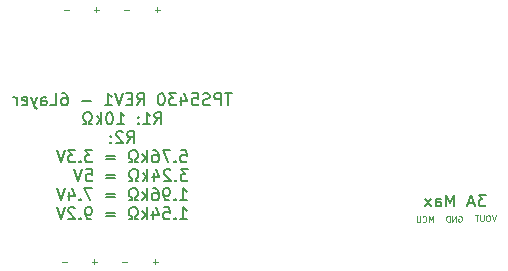
<source format=gbo>
%TF.GenerationSoftware,KiCad,Pcbnew,(6.0.8)*%
%TF.CreationDate,2022-12-06T12:54:16+01:00*%
%TF.ProjectId,Single-DCDC-Converter-Rev2,53696e67-6c65-42d4-9443-44432d436f6e,rev?*%
%TF.SameCoordinates,Original*%
%TF.FileFunction,Legend,Bot*%
%TF.FilePolarity,Positive*%
%FSLAX46Y46*%
G04 Gerber Fmt 4.6, Leading zero omitted, Abs format (unit mm)*
G04 Created by KiCad (PCBNEW (6.0.8)) date 2022-12-06 12:54:16*
%MOMM*%
%LPD*%
G01*
G04 APERTURE LIST*
%ADD10C,0.125000*%
%ADD11C,0.150000*%
%ADD12C,0.200000*%
%ADD13R,1.700000X1.700000*%
%ADD14O,1.700000X1.700000*%
%ADD15R,1.600000X1.600000*%
%ADD16C,1.600000*%
%ADD17C,5.000000*%
G04 APERTURE END LIST*
D10*
X91376476Y-62519714D02*
X90995523Y-62519714D01*
D11*
X126871428Y-56852380D02*
X126252380Y-56852380D01*
X126585714Y-57233333D01*
X126442857Y-57233333D01*
X126347619Y-57280952D01*
X126300000Y-57328571D01*
X126252380Y-57423809D01*
X126252380Y-57661904D01*
X126300000Y-57757142D01*
X126347619Y-57804761D01*
X126442857Y-57852380D01*
X126728571Y-57852380D01*
X126823809Y-57804761D01*
X126871428Y-57757142D01*
X125871428Y-57566666D02*
X125395238Y-57566666D01*
X125966666Y-57852380D02*
X125633333Y-56852380D01*
X125300000Y-57852380D01*
X124204761Y-57852380D02*
X124204761Y-56852380D01*
X123871428Y-57566666D01*
X123538095Y-56852380D01*
X123538095Y-57852380D01*
X122633333Y-57852380D02*
X122633333Y-57328571D01*
X122680952Y-57233333D01*
X122776190Y-57185714D01*
X122966666Y-57185714D01*
X123061904Y-57233333D01*
X122633333Y-57804761D02*
X122728571Y-57852380D01*
X122966666Y-57852380D01*
X123061904Y-57804761D01*
X123109523Y-57709523D01*
X123109523Y-57614285D01*
X123061904Y-57519047D01*
X122966666Y-57471428D01*
X122728571Y-57471428D01*
X122633333Y-57423809D01*
X122252380Y-57852380D02*
X121728571Y-57185714D01*
X122252380Y-57185714D02*
X121728571Y-57852380D01*
D10*
X96456476Y-62519714D02*
X96075523Y-62519714D01*
X94076476Y-41183714D02*
X93695523Y-41183714D01*
X93886000Y-41374190D02*
X93886000Y-40993238D01*
X99090476Y-62519714D02*
X98709523Y-62519714D01*
X98900000Y-62710190D02*
X98900000Y-62329238D01*
X127705952Y-58601190D02*
X127539285Y-59101190D01*
X127372619Y-58601190D01*
X127110714Y-58601190D02*
X127015476Y-58601190D01*
X126967857Y-58625000D01*
X126920238Y-58672619D01*
X126896428Y-58767857D01*
X126896428Y-58934523D01*
X126920238Y-59029761D01*
X126967857Y-59077380D01*
X127015476Y-59101190D01*
X127110714Y-59101190D01*
X127158333Y-59077380D01*
X127205952Y-59029761D01*
X127229761Y-58934523D01*
X127229761Y-58767857D01*
X127205952Y-58672619D01*
X127158333Y-58625000D01*
X127110714Y-58601190D01*
X126682142Y-58601190D02*
X126682142Y-59005952D01*
X126658333Y-59053571D01*
X126634523Y-59077380D01*
X126586904Y-59101190D01*
X126491666Y-59101190D01*
X126444047Y-59077380D01*
X126420238Y-59053571D01*
X126396428Y-59005952D01*
X126396428Y-58601190D01*
X126229761Y-58601190D02*
X125944047Y-58601190D01*
X126086904Y-59101190D02*
X126086904Y-58601190D01*
D12*
X105338095Y-48272380D02*
X104766666Y-48272380D01*
X105052380Y-49272380D02*
X105052380Y-48272380D01*
X104433333Y-49272380D02*
X104433333Y-48272380D01*
X104052380Y-48272380D01*
X103957142Y-48320000D01*
X103909523Y-48367619D01*
X103861904Y-48462857D01*
X103861904Y-48605714D01*
X103909523Y-48700952D01*
X103957142Y-48748571D01*
X104052380Y-48796190D01*
X104433333Y-48796190D01*
X103480952Y-49224761D02*
X103338095Y-49272380D01*
X103100000Y-49272380D01*
X103004761Y-49224761D01*
X102957142Y-49177142D01*
X102909523Y-49081904D01*
X102909523Y-48986666D01*
X102957142Y-48891428D01*
X103004761Y-48843809D01*
X103100000Y-48796190D01*
X103290476Y-48748571D01*
X103385714Y-48700952D01*
X103433333Y-48653333D01*
X103480952Y-48558095D01*
X103480952Y-48462857D01*
X103433333Y-48367619D01*
X103385714Y-48320000D01*
X103290476Y-48272380D01*
X103052380Y-48272380D01*
X102909523Y-48320000D01*
X102004761Y-48272380D02*
X102480952Y-48272380D01*
X102528571Y-48748571D01*
X102480952Y-48700952D01*
X102385714Y-48653333D01*
X102147619Y-48653333D01*
X102052380Y-48700952D01*
X102004761Y-48748571D01*
X101957142Y-48843809D01*
X101957142Y-49081904D01*
X102004761Y-49177142D01*
X102052380Y-49224761D01*
X102147619Y-49272380D01*
X102385714Y-49272380D01*
X102480952Y-49224761D01*
X102528571Y-49177142D01*
X101100000Y-48605714D02*
X101100000Y-49272380D01*
X101338095Y-48224761D02*
X101576190Y-48939047D01*
X100957142Y-48939047D01*
X100671428Y-48272380D02*
X100052380Y-48272380D01*
X100385714Y-48653333D01*
X100242857Y-48653333D01*
X100147619Y-48700952D01*
X100100000Y-48748571D01*
X100052380Y-48843809D01*
X100052380Y-49081904D01*
X100100000Y-49177142D01*
X100147619Y-49224761D01*
X100242857Y-49272380D01*
X100528571Y-49272380D01*
X100623809Y-49224761D01*
X100671428Y-49177142D01*
X99433333Y-48272380D02*
X99338095Y-48272380D01*
X99242857Y-48320000D01*
X99195238Y-48367619D01*
X99147619Y-48462857D01*
X99100000Y-48653333D01*
X99100000Y-48891428D01*
X99147619Y-49081904D01*
X99195238Y-49177142D01*
X99242857Y-49224761D01*
X99338095Y-49272380D01*
X99433333Y-49272380D01*
X99528571Y-49224761D01*
X99576190Y-49177142D01*
X99623809Y-49081904D01*
X99671428Y-48891428D01*
X99671428Y-48653333D01*
X99623809Y-48462857D01*
X99576190Y-48367619D01*
X99528571Y-48320000D01*
X99433333Y-48272380D01*
X97338095Y-49272380D02*
X97671428Y-48796190D01*
X97909523Y-49272380D02*
X97909523Y-48272380D01*
X97528571Y-48272380D01*
X97433333Y-48320000D01*
X97385714Y-48367619D01*
X97338095Y-48462857D01*
X97338095Y-48605714D01*
X97385714Y-48700952D01*
X97433333Y-48748571D01*
X97528571Y-48796190D01*
X97909523Y-48796190D01*
X96909523Y-48748571D02*
X96576190Y-48748571D01*
X96433333Y-49272380D02*
X96909523Y-49272380D01*
X96909523Y-48272380D01*
X96433333Y-48272380D01*
X96147619Y-48272380D02*
X95814285Y-49272380D01*
X95480952Y-48272380D01*
X94623809Y-49272380D02*
X95195238Y-49272380D01*
X94909523Y-49272380D02*
X94909523Y-48272380D01*
X95004761Y-48415238D01*
X95100000Y-48510476D01*
X95195238Y-48558095D01*
X93433333Y-48891428D02*
X92671428Y-48891428D01*
X91004761Y-48272380D02*
X91195238Y-48272380D01*
X91290476Y-48320000D01*
X91338095Y-48367619D01*
X91433333Y-48510476D01*
X91480952Y-48700952D01*
X91480952Y-49081904D01*
X91433333Y-49177142D01*
X91385714Y-49224761D01*
X91290476Y-49272380D01*
X91100000Y-49272380D01*
X91004761Y-49224761D01*
X90957142Y-49177142D01*
X90909523Y-49081904D01*
X90909523Y-48843809D01*
X90957142Y-48748571D01*
X91004761Y-48700952D01*
X91100000Y-48653333D01*
X91290476Y-48653333D01*
X91385714Y-48700952D01*
X91433333Y-48748571D01*
X91480952Y-48843809D01*
X90004761Y-49272380D02*
X90480952Y-49272380D01*
X90480952Y-48272380D01*
X89242857Y-49272380D02*
X89242857Y-48748571D01*
X89290476Y-48653333D01*
X89385714Y-48605714D01*
X89576190Y-48605714D01*
X89671428Y-48653333D01*
X89242857Y-49224761D02*
X89338095Y-49272380D01*
X89576190Y-49272380D01*
X89671428Y-49224761D01*
X89719047Y-49129523D01*
X89719047Y-49034285D01*
X89671428Y-48939047D01*
X89576190Y-48891428D01*
X89338095Y-48891428D01*
X89242857Y-48843809D01*
X88861904Y-48605714D02*
X88623809Y-49272380D01*
X88385714Y-48605714D02*
X88623809Y-49272380D01*
X88719047Y-49510476D01*
X88766666Y-49558095D01*
X88861904Y-49605714D01*
X87623809Y-49224761D02*
X87719047Y-49272380D01*
X87909523Y-49272380D01*
X88004761Y-49224761D01*
X88052380Y-49129523D01*
X88052380Y-48748571D01*
X88004761Y-48653333D01*
X87909523Y-48605714D01*
X87719047Y-48605714D01*
X87623809Y-48653333D01*
X87576190Y-48748571D01*
X87576190Y-48843809D01*
X88052380Y-48939047D01*
X87147619Y-49272380D02*
X87147619Y-48605714D01*
X87147619Y-48796190D02*
X87100000Y-48700952D01*
X87052380Y-48653333D01*
X86957142Y-48605714D01*
X86861904Y-48605714D01*
X98814285Y-50882380D02*
X99147619Y-50406190D01*
X99385714Y-50882380D02*
X99385714Y-49882380D01*
X99004761Y-49882380D01*
X98909523Y-49930000D01*
X98861904Y-49977619D01*
X98814285Y-50072857D01*
X98814285Y-50215714D01*
X98861904Y-50310952D01*
X98909523Y-50358571D01*
X99004761Y-50406190D01*
X99385714Y-50406190D01*
X97861904Y-50882380D02*
X98433333Y-50882380D01*
X98147619Y-50882380D02*
X98147619Y-49882380D01*
X98242857Y-50025238D01*
X98338095Y-50120476D01*
X98433333Y-50168095D01*
X97433333Y-50787142D02*
X97385714Y-50834761D01*
X97433333Y-50882380D01*
X97480952Y-50834761D01*
X97433333Y-50787142D01*
X97433333Y-50882380D01*
X97433333Y-50263333D02*
X97385714Y-50310952D01*
X97433333Y-50358571D01*
X97480952Y-50310952D01*
X97433333Y-50263333D01*
X97433333Y-50358571D01*
X95671428Y-50882380D02*
X96242857Y-50882380D01*
X95957142Y-50882380D02*
X95957142Y-49882380D01*
X96052380Y-50025238D01*
X96147619Y-50120476D01*
X96242857Y-50168095D01*
X95052380Y-49882380D02*
X94957142Y-49882380D01*
X94861904Y-49930000D01*
X94814285Y-49977619D01*
X94766666Y-50072857D01*
X94719047Y-50263333D01*
X94719047Y-50501428D01*
X94766666Y-50691904D01*
X94814285Y-50787142D01*
X94861904Y-50834761D01*
X94957142Y-50882380D01*
X95052380Y-50882380D01*
X95147619Y-50834761D01*
X95195238Y-50787142D01*
X95242857Y-50691904D01*
X95290476Y-50501428D01*
X95290476Y-50263333D01*
X95242857Y-50072857D01*
X95195238Y-49977619D01*
X95147619Y-49930000D01*
X95052380Y-49882380D01*
X94290476Y-50882380D02*
X94290476Y-49882380D01*
X94195238Y-50501428D02*
X93909523Y-50882380D01*
X93909523Y-50215714D02*
X94290476Y-50596666D01*
X93528571Y-50882380D02*
X93290476Y-50882380D01*
X93290476Y-50691904D01*
X93385714Y-50644285D01*
X93480952Y-50549047D01*
X93528571Y-50406190D01*
X93528571Y-50168095D01*
X93480952Y-50025238D01*
X93385714Y-49930000D01*
X93242857Y-49882380D01*
X93052380Y-49882380D01*
X92909523Y-49930000D01*
X92814285Y-50025238D01*
X92766666Y-50168095D01*
X92766666Y-50406190D01*
X92814285Y-50549047D01*
X92909523Y-50644285D01*
X93004761Y-50691904D01*
X93004761Y-50882380D01*
X92766666Y-50882380D01*
X96504761Y-52492380D02*
X96838095Y-52016190D01*
X97076190Y-52492380D02*
X97076190Y-51492380D01*
X96695238Y-51492380D01*
X96600000Y-51540000D01*
X96552380Y-51587619D01*
X96504761Y-51682857D01*
X96504761Y-51825714D01*
X96552380Y-51920952D01*
X96600000Y-51968571D01*
X96695238Y-52016190D01*
X97076190Y-52016190D01*
X96123809Y-51587619D02*
X96076190Y-51540000D01*
X95980952Y-51492380D01*
X95742857Y-51492380D01*
X95647619Y-51540000D01*
X95600000Y-51587619D01*
X95552380Y-51682857D01*
X95552380Y-51778095D01*
X95600000Y-51920952D01*
X96171428Y-52492380D01*
X95552380Y-52492380D01*
X95123809Y-52397142D02*
X95076190Y-52444761D01*
X95123809Y-52492380D01*
X95171428Y-52444761D01*
X95123809Y-52397142D01*
X95123809Y-52492380D01*
X95123809Y-51873333D02*
X95076190Y-51920952D01*
X95123809Y-51968571D01*
X95171428Y-51920952D01*
X95123809Y-51873333D01*
X95123809Y-51968571D01*
X101028571Y-53102380D02*
X101504761Y-53102380D01*
X101552380Y-53578571D01*
X101504761Y-53530952D01*
X101409523Y-53483333D01*
X101171428Y-53483333D01*
X101076190Y-53530952D01*
X101028571Y-53578571D01*
X100980952Y-53673809D01*
X100980952Y-53911904D01*
X101028571Y-54007142D01*
X101076190Y-54054761D01*
X101171428Y-54102380D01*
X101409523Y-54102380D01*
X101504761Y-54054761D01*
X101552380Y-54007142D01*
X100552380Y-54007142D02*
X100504761Y-54054761D01*
X100552380Y-54102380D01*
X100600000Y-54054761D01*
X100552380Y-54007142D01*
X100552380Y-54102380D01*
X100171428Y-53102380D02*
X99504761Y-53102380D01*
X99933333Y-54102380D01*
X98695238Y-53102380D02*
X98885714Y-53102380D01*
X98980952Y-53150000D01*
X99028571Y-53197619D01*
X99123809Y-53340476D01*
X99171428Y-53530952D01*
X99171428Y-53911904D01*
X99123809Y-54007142D01*
X99076190Y-54054761D01*
X98980952Y-54102380D01*
X98790476Y-54102380D01*
X98695238Y-54054761D01*
X98647619Y-54007142D01*
X98600000Y-53911904D01*
X98600000Y-53673809D01*
X98647619Y-53578571D01*
X98695238Y-53530952D01*
X98790476Y-53483333D01*
X98980952Y-53483333D01*
X99076190Y-53530952D01*
X99123809Y-53578571D01*
X99171428Y-53673809D01*
X98171428Y-54102380D02*
X98171428Y-53102380D01*
X98076190Y-53721428D02*
X97790476Y-54102380D01*
X97790476Y-53435714D02*
X98171428Y-53816666D01*
X97409523Y-54102380D02*
X97171428Y-54102380D01*
X97171428Y-53911904D01*
X97266666Y-53864285D01*
X97361904Y-53769047D01*
X97409523Y-53626190D01*
X97409523Y-53388095D01*
X97361904Y-53245238D01*
X97266666Y-53150000D01*
X97123809Y-53102380D01*
X96933333Y-53102380D01*
X96790476Y-53150000D01*
X96695238Y-53245238D01*
X96647619Y-53388095D01*
X96647619Y-53626190D01*
X96695238Y-53769047D01*
X96790476Y-53864285D01*
X96885714Y-53911904D01*
X96885714Y-54102380D01*
X96647619Y-54102380D01*
X95457142Y-53578571D02*
X94695238Y-53578571D01*
X94695238Y-53864285D02*
X95457142Y-53864285D01*
X93552380Y-53102380D02*
X92933333Y-53102380D01*
X93266666Y-53483333D01*
X93123809Y-53483333D01*
X93028571Y-53530952D01*
X92980952Y-53578571D01*
X92933333Y-53673809D01*
X92933333Y-53911904D01*
X92980952Y-54007142D01*
X93028571Y-54054761D01*
X93123809Y-54102380D01*
X93409523Y-54102380D01*
X93504761Y-54054761D01*
X93552380Y-54007142D01*
X92504761Y-54007142D02*
X92457142Y-54054761D01*
X92504761Y-54102380D01*
X92552380Y-54054761D01*
X92504761Y-54007142D01*
X92504761Y-54102380D01*
X92123809Y-53102380D02*
X91504761Y-53102380D01*
X91838095Y-53483333D01*
X91695238Y-53483333D01*
X91600000Y-53530952D01*
X91552380Y-53578571D01*
X91504761Y-53673809D01*
X91504761Y-53911904D01*
X91552380Y-54007142D01*
X91600000Y-54054761D01*
X91695238Y-54102380D01*
X91980952Y-54102380D01*
X92076190Y-54054761D01*
X92123809Y-54007142D01*
X91219047Y-53102380D02*
X90885714Y-54102380D01*
X90552380Y-53102380D01*
X101647619Y-54712380D02*
X101028571Y-54712380D01*
X101361904Y-55093333D01*
X101219047Y-55093333D01*
X101123809Y-55140952D01*
X101076190Y-55188571D01*
X101028571Y-55283809D01*
X101028571Y-55521904D01*
X101076190Y-55617142D01*
X101123809Y-55664761D01*
X101219047Y-55712380D01*
X101504761Y-55712380D01*
X101600000Y-55664761D01*
X101647619Y-55617142D01*
X100600000Y-55617142D02*
X100552380Y-55664761D01*
X100600000Y-55712380D01*
X100647619Y-55664761D01*
X100600000Y-55617142D01*
X100600000Y-55712380D01*
X100171428Y-54807619D02*
X100123809Y-54760000D01*
X100028571Y-54712380D01*
X99790476Y-54712380D01*
X99695238Y-54760000D01*
X99647619Y-54807619D01*
X99600000Y-54902857D01*
X99600000Y-54998095D01*
X99647619Y-55140952D01*
X100219047Y-55712380D01*
X99600000Y-55712380D01*
X98742857Y-55045714D02*
X98742857Y-55712380D01*
X98980952Y-54664761D02*
X99219047Y-55379047D01*
X98600000Y-55379047D01*
X98219047Y-55712380D02*
X98219047Y-54712380D01*
X98123809Y-55331428D02*
X97838095Y-55712380D01*
X97838095Y-55045714D02*
X98219047Y-55426666D01*
X97457142Y-55712380D02*
X97219047Y-55712380D01*
X97219047Y-55521904D01*
X97314285Y-55474285D01*
X97409523Y-55379047D01*
X97457142Y-55236190D01*
X97457142Y-54998095D01*
X97409523Y-54855238D01*
X97314285Y-54760000D01*
X97171428Y-54712380D01*
X96980952Y-54712380D01*
X96838095Y-54760000D01*
X96742857Y-54855238D01*
X96695238Y-54998095D01*
X96695238Y-55236190D01*
X96742857Y-55379047D01*
X96838095Y-55474285D01*
X96933333Y-55521904D01*
X96933333Y-55712380D01*
X96695238Y-55712380D01*
X95504761Y-55188571D02*
X94742857Y-55188571D01*
X94742857Y-55474285D02*
X95504761Y-55474285D01*
X93028571Y-54712380D02*
X93504761Y-54712380D01*
X93552380Y-55188571D01*
X93504761Y-55140952D01*
X93409523Y-55093333D01*
X93171428Y-55093333D01*
X93076190Y-55140952D01*
X93028571Y-55188571D01*
X92980952Y-55283809D01*
X92980952Y-55521904D01*
X93028571Y-55617142D01*
X93076190Y-55664761D01*
X93171428Y-55712380D01*
X93409523Y-55712380D01*
X93504761Y-55664761D01*
X93552380Y-55617142D01*
X92695238Y-54712380D02*
X92361904Y-55712380D01*
X92028571Y-54712380D01*
X100980952Y-57322380D02*
X101552380Y-57322380D01*
X101266666Y-57322380D02*
X101266666Y-56322380D01*
X101361904Y-56465238D01*
X101457142Y-56560476D01*
X101552380Y-56608095D01*
X100552380Y-57227142D02*
X100504761Y-57274761D01*
X100552380Y-57322380D01*
X100600000Y-57274761D01*
X100552380Y-57227142D01*
X100552380Y-57322380D01*
X100028571Y-57322380D02*
X99838095Y-57322380D01*
X99742857Y-57274761D01*
X99695238Y-57227142D01*
X99600000Y-57084285D01*
X99552380Y-56893809D01*
X99552380Y-56512857D01*
X99600000Y-56417619D01*
X99647619Y-56370000D01*
X99742857Y-56322380D01*
X99933333Y-56322380D01*
X100028571Y-56370000D01*
X100076190Y-56417619D01*
X100123809Y-56512857D01*
X100123809Y-56750952D01*
X100076190Y-56846190D01*
X100028571Y-56893809D01*
X99933333Y-56941428D01*
X99742857Y-56941428D01*
X99647619Y-56893809D01*
X99600000Y-56846190D01*
X99552380Y-56750952D01*
X98695238Y-56322380D02*
X98885714Y-56322380D01*
X98980952Y-56370000D01*
X99028571Y-56417619D01*
X99123809Y-56560476D01*
X99171428Y-56750952D01*
X99171428Y-57131904D01*
X99123809Y-57227142D01*
X99076190Y-57274761D01*
X98980952Y-57322380D01*
X98790476Y-57322380D01*
X98695238Y-57274761D01*
X98647619Y-57227142D01*
X98600000Y-57131904D01*
X98600000Y-56893809D01*
X98647619Y-56798571D01*
X98695238Y-56750952D01*
X98790476Y-56703333D01*
X98980952Y-56703333D01*
X99076190Y-56750952D01*
X99123809Y-56798571D01*
X99171428Y-56893809D01*
X98171428Y-57322380D02*
X98171428Y-56322380D01*
X98076190Y-56941428D02*
X97790476Y-57322380D01*
X97790476Y-56655714D02*
X98171428Y-57036666D01*
X97409523Y-57322380D02*
X97171428Y-57322380D01*
X97171428Y-57131904D01*
X97266666Y-57084285D01*
X97361904Y-56989047D01*
X97409523Y-56846190D01*
X97409523Y-56608095D01*
X97361904Y-56465238D01*
X97266666Y-56370000D01*
X97123809Y-56322380D01*
X96933333Y-56322380D01*
X96790476Y-56370000D01*
X96695238Y-56465238D01*
X96647619Y-56608095D01*
X96647619Y-56846190D01*
X96695238Y-56989047D01*
X96790476Y-57084285D01*
X96885714Y-57131904D01*
X96885714Y-57322380D01*
X96647619Y-57322380D01*
X95457142Y-56798571D02*
X94695238Y-56798571D01*
X94695238Y-57084285D02*
X95457142Y-57084285D01*
X93552380Y-56322380D02*
X92885714Y-56322380D01*
X93314285Y-57322380D01*
X92504761Y-57227142D02*
X92457142Y-57274761D01*
X92504761Y-57322380D01*
X92552380Y-57274761D01*
X92504761Y-57227142D01*
X92504761Y-57322380D01*
X91600000Y-56655714D02*
X91600000Y-57322380D01*
X91838095Y-56274761D02*
X92076190Y-56989047D01*
X91457142Y-56989047D01*
X91219047Y-56322380D02*
X90885714Y-57322380D01*
X90552380Y-56322380D01*
X100980952Y-58932380D02*
X101552380Y-58932380D01*
X101266666Y-58932380D02*
X101266666Y-57932380D01*
X101361904Y-58075238D01*
X101457142Y-58170476D01*
X101552380Y-58218095D01*
X100552380Y-58837142D02*
X100504761Y-58884761D01*
X100552380Y-58932380D01*
X100600000Y-58884761D01*
X100552380Y-58837142D01*
X100552380Y-58932380D01*
X99600000Y-57932380D02*
X100076190Y-57932380D01*
X100123809Y-58408571D01*
X100076190Y-58360952D01*
X99980952Y-58313333D01*
X99742857Y-58313333D01*
X99647619Y-58360952D01*
X99600000Y-58408571D01*
X99552380Y-58503809D01*
X99552380Y-58741904D01*
X99600000Y-58837142D01*
X99647619Y-58884761D01*
X99742857Y-58932380D01*
X99980952Y-58932380D01*
X100076190Y-58884761D01*
X100123809Y-58837142D01*
X98695238Y-58265714D02*
X98695238Y-58932380D01*
X98933333Y-57884761D02*
X99171428Y-58599047D01*
X98552380Y-58599047D01*
X98171428Y-58932380D02*
X98171428Y-57932380D01*
X98076190Y-58551428D02*
X97790476Y-58932380D01*
X97790476Y-58265714D02*
X98171428Y-58646666D01*
X97409523Y-58932380D02*
X97171428Y-58932380D01*
X97171428Y-58741904D01*
X97266666Y-58694285D01*
X97361904Y-58599047D01*
X97409523Y-58456190D01*
X97409523Y-58218095D01*
X97361904Y-58075238D01*
X97266666Y-57980000D01*
X97123809Y-57932380D01*
X96933333Y-57932380D01*
X96790476Y-57980000D01*
X96695238Y-58075238D01*
X96647619Y-58218095D01*
X96647619Y-58456190D01*
X96695238Y-58599047D01*
X96790476Y-58694285D01*
X96885714Y-58741904D01*
X96885714Y-58932380D01*
X96647619Y-58932380D01*
X95457142Y-58408571D02*
X94695238Y-58408571D01*
X94695238Y-58694285D02*
X95457142Y-58694285D01*
X93409523Y-58932380D02*
X93219047Y-58932380D01*
X93123809Y-58884761D01*
X93076190Y-58837142D01*
X92980952Y-58694285D01*
X92933333Y-58503809D01*
X92933333Y-58122857D01*
X92980952Y-58027619D01*
X93028571Y-57980000D01*
X93123809Y-57932380D01*
X93314285Y-57932380D01*
X93409523Y-57980000D01*
X93457142Y-58027619D01*
X93504761Y-58122857D01*
X93504761Y-58360952D01*
X93457142Y-58456190D01*
X93409523Y-58503809D01*
X93314285Y-58551428D01*
X93123809Y-58551428D01*
X93028571Y-58503809D01*
X92980952Y-58456190D01*
X92933333Y-58360952D01*
X92504761Y-58837142D02*
X92457142Y-58884761D01*
X92504761Y-58932380D01*
X92552380Y-58884761D01*
X92504761Y-58837142D01*
X92504761Y-58932380D01*
X92076190Y-58027619D02*
X92028571Y-57980000D01*
X91933333Y-57932380D01*
X91695238Y-57932380D01*
X91600000Y-57980000D01*
X91552380Y-58027619D01*
X91504761Y-58122857D01*
X91504761Y-58218095D01*
X91552380Y-58360952D01*
X92123809Y-58932380D01*
X91504761Y-58932380D01*
X91219047Y-57932380D02*
X90885714Y-58932380D01*
X90552380Y-57932380D01*
D10*
X99250476Y-41183714D02*
X98869523Y-41183714D01*
X99060000Y-41374190D02*
X99060000Y-40993238D01*
X96616476Y-41183714D02*
X96235523Y-41183714D01*
X122378571Y-59176190D02*
X122378571Y-58676190D01*
X122211904Y-59033333D01*
X122045238Y-58676190D01*
X122045238Y-59176190D01*
X121521428Y-59128571D02*
X121545238Y-59152380D01*
X121616666Y-59176190D01*
X121664285Y-59176190D01*
X121735714Y-59152380D01*
X121783333Y-59104761D01*
X121807142Y-59057142D01*
X121830952Y-58961904D01*
X121830952Y-58890476D01*
X121807142Y-58795238D01*
X121783333Y-58747619D01*
X121735714Y-58700000D01*
X121664285Y-58676190D01*
X121616666Y-58676190D01*
X121545238Y-58700000D01*
X121521428Y-58723809D01*
X121307142Y-58676190D02*
X121307142Y-59080952D01*
X121283333Y-59128571D01*
X121259523Y-59152380D01*
X121211904Y-59176190D01*
X121116666Y-59176190D01*
X121069047Y-59152380D01*
X121045238Y-59128571D01*
X121021428Y-59080952D01*
X121021428Y-58676190D01*
X91536476Y-41183714D02*
X91155523Y-41183714D01*
X124555952Y-58675000D02*
X124603571Y-58651190D01*
X124675000Y-58651190D01*
X124746428Y-58675000D01*
X124794047Y-58722619D01*
X124817857Y-58770238D01*
X124841666Y-58865476D01*
X124841666Y-58936904D01*
X124817857Y-59032142D01*
X124794047Y-59079761D01*
X124746428Y-59127380D01*
X124675000Y-59151190D01*
X124627380Y-59151190D01*
X124555952Y-59127380D01*
X124532142Y-59103571D01*
X124532142Y-58936904D01*
X124627380Y-58936904D01*
X124317857Y-59151190D02*
X124317857Y-58651190D01*
X124032142Y-59151190D01*
X124032142Y-58651190D01*
X123794047Y-59151190D02*
X123794047Y-58651190D01*
X123675000Y-58651190D01*
X123603571Y-58675000D01*
X123555952Y-58722619D01*
X123532142Y-58770238D01*
X123508333Y-58865476D01*
X123508333Y-58936904D01*
X123532142Y-59032142D01*
X123555952Y-59079761D01*
X123603571Y-59127380D01*
X123675000Y-59151190D01*
X123794047Y-59151190D01*
X93916476Y-62519714D02*
X93535523Y-62519714D01*
X93726000Y-62710190D02*
X93726000Y-62329238D01*
%LPC*%
D13*
X98860000Y-43140000D03*
D14*
X96320000Y-43140000D03*
X93780000Y-43140000D03*
X91240000Y-43140000D03*
D15*
X126375000Y-54725000D03*
D16*
X122875000Y-54725000D03*
D17*
X126150000Y-42000000D03*
D13*
X98860000Y-60920000D03*
D14*
X96320000Y-60920000D03*
X93780000Y-60920000D03*
X91240000Y-60920000D03*
D17*
X86800000Y-60500000D03*
D13*
X126800000Y-60920000D03*
D14*
X124260000Y-60920000D03*
X121720000Y-60920000D03*
D13*
X86900000Y-53500000D03*
D14*
X86900000Y-56040000D03*
M02*

</source>
